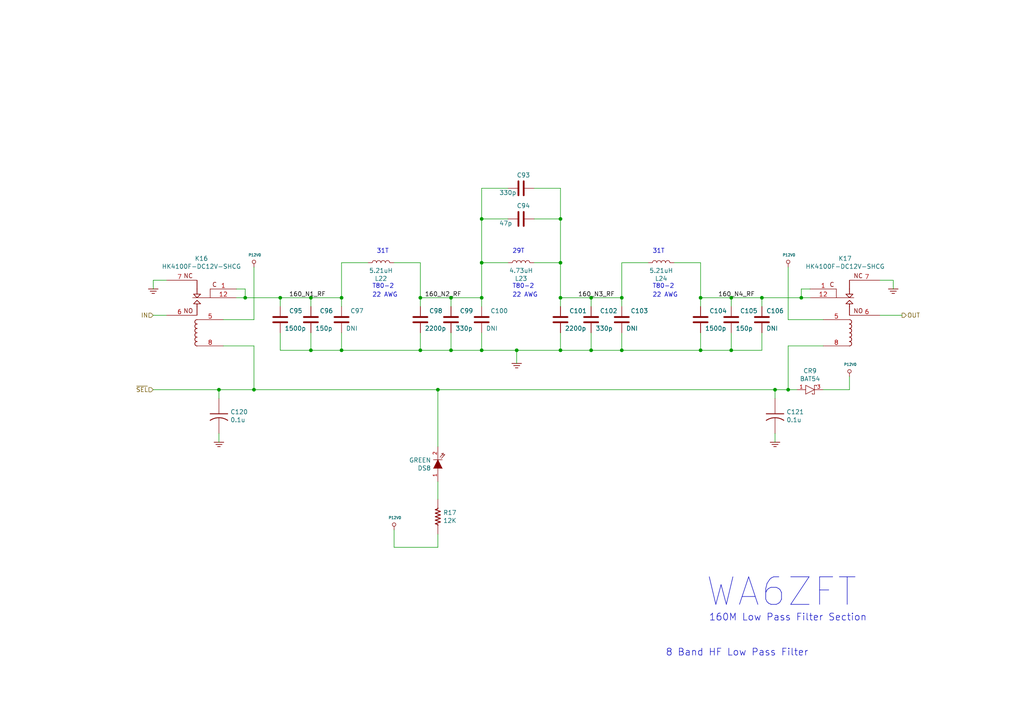
<source format=kicad_sch>
(kicad_sch (version 20211123) (generator eeschema)
  (paper "A4")
  (title_block (rev "X4"))
  (lib_symbols
    (symbol "Device:C" (pin_numbers hide) (pin_names (offset 0.254))
      (property "Reference" "C" (at 0.635 2.54 0))
      (property "Value" "C" (at 0.635 -2.54 0))
      (symbol "C_0_1"
        (polyline (pts (xy -2.032 -0.762) (xy 2.032 -0.762)) (stroke (width 0.508)))
        (polyline (pts (xy -2.032 0.762) (xy 2.032 0.762)) (stroke (width 0.508)))
      )
      (symbol "C_1_1"
        (pin passive line (at 0 3.81 270) (length 2.794) (name "~") (number "1"))
        (pin passive line (at 0 -3.81 90) (length 2.794) (name "~") (number "2"))
      )
    )
    (symbol "Device:L" (pin_numbers hide) (pin_names (offset 1.016) hide)
      (property "Reference" "L" (at -1.27 0 90))
      (property "Value" "L" (at 1.905 0 90))
      (symbol "L_0_1"
        (arc (start 0 -2.54) (mid 0.635 -1.905) (end 0 -1.27))
        (arc (start 0 -1.27) (mid 0.635 -0.635) (end 0 0))
        (arc (start 0 0) (mid 0.635 0.635) (end 0 1.27))
        (arc (start 0 1.27) (mid 0.635 1.905) (end 0 2.54))
      )
      (symbol "L_1_1"
        (pin passive line (at 0 3.81 270) (length 1.27) (name "1") (number "1"))
        (pin passive line (at 0 -3.81 90) (length 1.27) (name "2") (number "2"))
      )
    )
    (symbol "custom:BAT54" (pin_names (offset 1.016) hide)
      (property "Reference" "CR" (at -2.286 1.905 0))
      (property "Value" "BAT54" (at -2.286 -3.429 0))
      (symbol "BAT54_1_0"
        (polyline (pts (xy -1.27 -1.27) (xy 1.27 0)))
        (polyline (pts (xy -1.27 1.27) (xy -1.27 -1.27)))
        (polyline (pts (xy 0.635 -1.016) (xy 0.635 -1.27)))
        (polyline (pts (xy 1.27 -1.27) (xy 0.635 -1.27)))
        (polyline (pts (xy 1.27 0) (xy -1.27 1.27)))
        (polyline (pts (xy 1.27 0) (xy 1.27 -1.27)))
        (polyline (pts (xy 1.27 1.27) (xy 1.27 0)))
        (polyline (pts (xy 1.905 1.27) (xy 1.27 1.27)))
        (polyline (pts (xy 1.905 1.27) (xy 1.905 1.016)))
      )
      (symbol "BAT54_1_1"
        (pin passive line (at -3.81 0 0) (length 2.54) (name "A") (number "1"))
        (pin no_connect line (at -1.27 -5.08 0) (length 5.08) hide (name "") (number "2"))
        (pin passive line (at 3.81 0 180) (length 2.54) (name "C") (number "3"))
      )
    )
    (symbol "custom:C_US" (pin_numbers hide) (pin_names (offset 0.254) hide)
      (property "Reference" "C" (at 1.27 2.54 0))
      (property "Value" "C_US" (at 1.27 -2.54 0))
      (symbol "C_US_0_1"
        (polyline (pts (xy -2.54 0.635) (xy 2.54 0.635) (xy 2.54 0.635)) (stroke (width 0.254)))
        (arc (start 2.54 -1.27) (mid 0 -0.5009) (end -2.54 -1.27) (stroke (width 0.254)))
      )
      (symbol "C_US_1_1"
        (pin passive line (at 0 5.08 270) (length 4.445) (name "~") (number "1"))
        (pin passive line (at 0 -5.08 90) (length 4.445) (name "~") (number "2"))
      )
    )
    (symbol "custom:GND_US" (power) (pin_names (offset 0))
      (symbol "GND_US_0_1"
        (polyline (pts (xy -1.397 0) (xy 1.397 0)) (stroke (width 0.2032)))
        (polyline (pts (xy -0.889 -0.635) (xy 0.889 -0.635)) (stroke (width 0.2032)))
        (polyline (pts (xy -0.381 -1.27) (xy 0.381 -1.27)) (stroke (width 0.2032)))
      )
      (symbol "GND_US_1_1"
        (pin power_in line (at 0 0 90) (length 0) hide (name "GND") (number "1"))
      )
    )
    (symbol "custom:LEDGRN-SAR" (pin_names (offset 1.016) hide)
      (property "Reference" "DS" (at 0 2.54 0))
      (property "Value" "LEDGRN-SAR" (at 0 -2.54 0))
      (symbol "LEDGRN-SAR_0_1"
        (polyline (pts (xy 1.27 1.27) (xy 1.27 -1.27)))
        (polyline (pts (xy -1.27 1.27) (xy 1.27 0) (xy -1.27 -1.27)) (fill (type outline)))
        (polyline (pts (xy 1.651 -1.016) (xy 2.794 -2.032) (xy 2.667 -1.397)))
        (polyline (pts (xy 2.032 -0.635) (xy 3.175 -1.651) (xy 3.048 -1.016)))
      )
      (symbol "LEDGRN-SAR_1_1"
        (pin passive line (at -5.08 0 0) (length 3.81) (name "A") (number "1"))
        (pin passive line (at 5.08 0 180) (length 3.81) (name "K") (number "2"))
      )
    )
    (symbol "custom:P12V0" (power) (pin_names (offset 0))
      (property "Value" "P12V0" (at 0 2.794 0))
      (symbol "P12V0_0_0"
        (pin power_in line (at 0 0 90) (length 0) hide (name "P12V0") (number "1"))
      )
      (symbol "P12V0_0_1"
        (polyline (pts (xy 0 0) (xy 0 1.016) (xy 0 1.016)))
        (circle (center 0 1.524) (radius 0.508))
      )
    )
    (symbol "custom:RELAY_SPDT_HK4100F_SERIES" (pin_names (offset 1.016))
      (property "Reference" "K" (at 0 -17.78 0))
      (property "Value" "RELAY_SPDT_HK4100F_SERIES" (at -1.27 8.89 0))
      (symbol "RELAY_SPDT_HK4100F_SERIES_0_0"
        (text "C" (at -2.54 3.81 0) (effects (font (size 1.27 1.27))))
        (text "NC" (at 5.08 6.35 0) (effects (font (size 1.27 1.27))))
        (text "NO" (at 5.08 -3.81 0) (effects (font (size 1.27 1.27))))
      )
      (symbol "RELAY_SPDT_HK4100F_SERIES_0_1"
        (polyline (pts (xy -1.27 2.54) (xy -1.27 0)))
      )
      (symbol "RELAY_SPDT_HK4100F_SERIES_1_1"
        (polyline (pts (xy -1.27 0) (xy 2.54 0)))
        (polyline (pts (xy -1.27 0) (xy 2.54 0)))
        (polyline (pts (xy 1.524 -1.7526) (xy 3.5306 -1.7526)))
        (polyline (pts (xy 1.524 -1.7526) (xy 3.5306 -1.7526)))
        (polyline (pts (xy 1.524 1.0414) (xy 3.5306 1.0414)))
        (polyline (pts (xy 1.524 1.0414) (xy 3.5306 1.0414)))
        (polyline (pts (xy 2.54 -2.54) (xy 2.54 -2.032)))
        (polyline (pts (xy 2.54 -2.54) (xy 2.54 -2.032)))
        (polyline (pts (xy 2.54 -2.032) (xy 2.54 -1.7526)))
        (polyline (pts (xy 2.54 -2.032) (xy 2.54 -1.7526)))
        (polyline (pts (xy 2.54 -0.762) (xy 1.524 -1.7526)))
        (polyline (pts (xy 2.54 -0.762) (xy 1.524 -1.7526)))
        (polyline (pts (xy 2.54 0) (xy 1.524 1.0414)))
        (polyline (pts (xy 2.54 0) (xy 1.524 1.0414)))
        (polyline (pts (xy 2.54 0) (xy 3.81 0)))
        (polyline (pts (xy 2.54 0) (xy 3.81 0)))
        (polyline (pts (xy 2.54 2.54) (xy 2.54 1.0414)))
        (polyline (pts (xy 2.54 2.54) (xy 2.54 1.0414)))
        (polyline (pts (xy 3.5306 -1.7526) (xy 2.54 -0.762)))
        (polyline (pts (xy 3.5306 -1.7526) (xy 2.54 -0.762)))
        (polyline (pts (xy 3.5306 1.0414) (xy 2.54 0)))
        (polyline (pts (xy 3.5306 1.0414) (xy 2.54 0)))
        (polyline (pts (xy 3.81 -5.08) (xy 2.54 -5.08) (xy 2.54 -2.54)))
        (polyline (pts (xy 3.81 -5.08) (xy 2.54 -5.08) (xy 2.54 -2.54)))
        (polyline (pts (xy 3.81 5.08) (xy 2.54 5.08) (xy 2.54 2.54)))
        (polyline (pts (xy 3.81 5.08) (xy 2.54 5.08) (xy 2.54 2.54)))
        (arc (start 2.54 -13.97) (mid 3.175 -13.335) (end 2.54 -12.7))
        (arc (start 2.54 -13.97) (mid 3.175 -13.335) (end 2.54 -12.7))
        (arc (start 2.54 -12.7) (mid 3.175 -12.065) (end 2.54 -11.43))
        (arc (start 2.54 -12.7) (mid 3.175 -12.065) (end 2.54 -11.43))
        (arc (start 2.54 -11.43) (mid 3.175 -10.795) (end 2.54 -10.16))
        (arc (start 2.54 -11.43) (mid 3.175 -10.795) (end 2.54 -10.16))
        (arc (start 2.54 -10.16) (mid 3.175 -9.525) (end 2.54 -8.89))
        (arc (start 2.54 -10.16) (mid 3.175 -9.525) (end 2.54 -8.89))
        (arc (start 2.54 -8.89) (mid 3.175 -8.255) (end 2.54 -7.62))
        (arc (start 2.54 -8.89) (mid 3.175 -8.255) (end 2.54 -7.62))
        (arc (start 2.54 -7.62) (mid 3.175 -6.985) (end 2.54 -6.35))
        (arc (start 2.54 -7.62) (mid 3.175 -6.985) (end 2.54 -6.35))
        (pin passive line (at -8.89 2.54 0) (length 7.62) (name "~") (number "1"))
        (pin passive line (at -8.89 0 0) (length 7.62) (name "~") (number "12"))
        (pin passive line (at -5.08 -6.35 0) (length 7.62) (name "~") (number "5"))
        (pin passive line (at 11.43 -5.08 180) (length 7.62) (name "~") (number "6"))
        (pin passive line (at 11.43 5.08 180) (length 7.62) (name "~") (number "7"))
        (pin passive line (at -5.08 -13.97 0) (length 7.62) (name "~") (number "8"))
      )
    )
    (symbol "custom:R_US" (pin_numbers hide) (pin_names (offset 1.016) hide)
      (property "Reference" "R" (at 2.032 0 90))
      (property "Value" "R_US" (at -2.032 0 90))
      (symbol "R_US_0_0"
        (polyline (pts (xy 0 -2.54) (xy 0 -2.54) (xy 0 -2.286) (xy -0.762 -2.032) (xy 0.762 -1.524) (xy -0.762 -1.016) (xy 0.762 -0.508) (xy -0.762 0) (xy 0.762 0.508) (xy -0.762 1.016) (xy 0.762 1.524) (xy -0.762 2.032) (xy 0 2.286) (xy 0 2.54) (xy 0 2.54)) (stroke (width 0.254)))
      )
      (symbol "R_US_1_1"
        (pin passive line (at 0 5.08 270) (length 2.54) (name "~") (number "1"))
        (pin passive line (at 0 -5.08 90) (length 2.54) (name "~") (number "2"))
      )
    )
  )
  (junction (at 162.56 101.6))
  (junction (at 224.79 113.03))
  (junction (at 228.6 113.03))
  (junction (at 71.12 86.36))
  (junction (at 180.34 101.6))
  (junction (at 180.34 86.36))
  (junction (at 81.28 86.36))
  (junction (at 162.56 86.36))
  (junction (at 149.86 101.6))
  (junction (at 220.98 86.36))
  (junction (at 203.2 86.36))
  (junction (at 139.7 76.2))
  (junction (at 162.56 63.5))
  (junction (at 139.7 63.5))
  (junction (at 127 113.03))
  (junction (at 130.81 86.36))
  (junction (at 162.56 76.2))
  (junction (at 121.92 101.6))
  (junction (at 63.5 113.03))
  (junction (at 90.17 101.6))
  (junction (at 139.7 101.6))
  (junction (at 99.06 86.36))
  (junction (at 212.09 101.6))
  (junction (at 171.45 86.36))
  (junction (at 130.81 101.6))
  (junction (at 90.17 86.36))
  (junction (at 171.45 101.6))
  (junction (at 73.66 113.03))
  (junction (at 99.06 101.6))
  (junction (at 139.7 86.36))
  (junction (at 232.41 86.36))
  (junction (at 203.2 101.6))
  (junction (at 212.09 86.36))
  (junction (at 121.92 86.36))
  (wire (pts (xy 231.14 113.03) (xy 228.6 113.03)))
  (wire (pts (xy 106.68 76.2) (xy 99.06 76.2)))
  (wire (pts (xy 90.17 96.52) (xy 90.17 101.6)))
  (wire (pts (xy 154.94 54.61) (xy 162.56 54.61)))
  (wire (pts (xy 71.12 86.36) (xy 81.28 86.36)))
  (wire (pts (xy 234.95 83.82) (xy 232.41 83.82)))
  (wire (pts (xy 232.41 86.36) (xy 220.98 86.36)))
  (wire (pts (xy 114.3 76.2) (xy 121.92 76.2)))
  (wire (pts (xy 90.17 86.36) (xy 99.06 86.36)))
  (wire (pts (xy 162.56 96.52) (xy 162.56 101.6)))
  (wire (pts (xy 234.95 86.36) (xy 232.41 86.36)))
  (wire (pts (xy 63.5 113.03) (xy 44.45 113.03)))
  (wire (pts (xy 212.09 96.52) (xy 212.09 101.6)))
  (wire (pts (xy 255.27 81.28) (xy 259.08 81.28)))
  (wire (pts (xy 212.09 88.9) (xy 212.09 86.36)))
  (wire (pts (xy 139.7 88.9) (xy 139.7 86.36)))
  (wire (pts (xy 224.79 113.03) (xy 228.6 113.03)))
  (wire (pts (xy 99.06 86.36) (xy 99.06 88.9)))
  (wire (pts (xy 99.06 96.52) (xy 99.06 101.6)))
  (wire (pts (xy 121.92 86.36) (xy 130.81 86.36)))
  (wire (pts (xy 203.2 86.36) (xy 203.2 76.2)))
  (wire (pts (xy 130.81 88.9) (xy 130.81 86.36)))
  (wire (pts (xy 73.66 100.33) (xy 73.66 113.03)))
  (wire (pts (xy 228.6 92.71) (xy 228.6 77.47)))
  (wire (pts (xy 171.45 88.9) (xy 171.45 86.36)))
  (wire (pts (xy 48.26 81.28) (xy 44.45 81.28)))
  (wire (pts (xy 162.56 101.6) (xy 171.45 101.6)))
  (wire (pts (xy 162.56 54.61) (xy 162.56 63.5)))
  (wire (pts (xy 154.94 63.5) (xy 162.56 63.5)))
  (wire (pts (xy 171.45 86.36) (xy 162.56 86.36)))
  (wire (pts (xy 81.28 88.9) (xy 81.28 86.36)))
  (wire (pts (xy 147.32 63.5) (xy 139.7 63.5)))
  (wire (pts (xy 81.28 101.6) (xy 90.17 101.6)))
  (wire (pts (xy 139.7 101.6) (xy 149.86 101.6)))
  (wire (pts (xy 147.32 76.2) (xy 139.7 76.2)))
  (wire (pts (xy 228.6 100.33) (xy 238.76 100.33)))
  (wire (pts (xy 130.81 86.36) (xy 139.7 86.36)))
  (wire (pts (xy 127 129.54) (xy 127 113.03)))
  (wire (pts (xy 180.34 86.36) (xy 180.34 88.9)))
  (wire (pts (xy 81.28 86.36) (xy 90.17 86.36)))
  (wire (pts (xy 232.41 83.82) (xy 232.41 86.36)))
  (wire (pts (xy 68.58 86.36) (xy 71.12 86.36)))
  (wire (pts (xy 64.77 92.71) (xy 73.66 92.71)))
  (wire (pts (xy 220.98 101.6) (xy 220.98 96.52)))
  (wire (pts (xy 139.7 76.2) (xy 139.7 86.36)))
  (wire (pts (xy 220.98 88.9) (xy 220.98 86.36)))
  (wire (pts (xy 63.5 115.57) (xy 63.5 113.03)))
  (wire (pts (xy 224.79 125.73) (xy 224.79 128.27)))
  (wire (pts (xy 71.12 83.82) (xy 71.12 86.36)))
  (wire (pts (xy 224.79 115.57) (xy 224.79 113.03)))
  (wire (pts (xy 48.26 91.44) (xy 44.45 91.44)))
  (wire (pts (xy 127 139.7) (xy 127 144.78)))
  (wire (pts (xy 154.94 76.2) (xy 162.56 76.2)))
  (wire (pts (xy 121.92 96.52) (xy 121.92 101.6)))
  (wire (pts (xy 180.34 96.52) (xy 180.34 101.6)))
  (wire (pts (xy 212.09 101.6) (xy 220.98 101.6)))
  (wire (pts (xy 203.2 96.52) (xy 203.2 101.6)))
  (wire (pts (xy 203.2 88.9) (xy 203.2 86.36)))
  (wire (pts (xy 203.2 101.6) (xy 212.09 101.6)))
  (wire (pts (xy 127 154.94) (xy 127 158.75)))
  (wire (pts (xy 121.92 76.2) (xy 121.92 86.36)))
  (wire (pts (xy 44.45 81.28) (xy 44.45 83.82)))
  (wire (pts (xy 149.86 101.6) (xy 162.56 101.6)))
  (wire (pts (xy 73.66 92.71) (xy 73.66 77.47)))
  (wire (pts (xy 99.06 101.6) (xy 121.92 101.6)))
  (wire (pts (xy 73.66 113.03) (xy 127 113.03)))
  (wire (pts (xy 195.58 76.2) (xy 203.2 76.2)))
  (wire (pts (xy 220.98 86.36) (xy 212.09 86.36)))
  (wire (pts (xy 90.17 88.9) (xy 90.17 86.36)))
  (wire (pts (xy 180.34 101.6) (xy 203.2 101.6)))
  (wire (pts (xy 139.7 63.5) (xy 139.7 76.2)))
  (wire (pts (xy 90.17 101.6) (xy 99.06 101.6)))
  (wire (pts (xy 228.6 113.03) (xy 228.6 100.33)))
  (wire (pts (xy 99.06 76.2) (xy 99.06 86.36)))
  (wire (pts (xy 121.92 101.6) (xy 130.81 101.6)))
  (wire (pts (xy 127 113.03) (xy 224.79 113.03)))
  (wire (pts (xy 171.45 96.52) (xy 171.45 101.6)))
  (wire (pts (xy 180.34 86.36) (xy 171.45 86.36)))
  (wire (pts (xy 64.77 100.33) (xy 73.66 100.33)))
  (wire (pts (xy 259.08 81.28) (xy 259.08 83.82)))
  (wire (pts (xy 238.76 113.03) (xy 246.38 113.03)))
  (wire (pts (xy 149.86 105.41) (xy 149.86 101.6)))
  (wire (pts (xy 121.92 86.36) (xy 121.92 88.9)))
  (wire (pts (xy 147.32 54.61) (xy 139.7 54.61)))
  (wire (pts (xy 171.45 101.6) (xy 180.34 101.6)))
  (wire (pts (xy 139.7 96.52) (xy 139.7 101.6)))
  (wire (pts (xy 187.96 76.2) (xy 180.34 76.2)))
  (wire (pts (xy 130.81 101.6) (xy 139.7 101.6)))
  (wire (pts (xy 212.09 86.36) (xy 203.2 86.36)))
  (wire (pts (xy 81.28 96.52) (xy 81.28 101.6)))
  (wire (pts (xy 246.38 113.03) (xy 246.38 109.22)))
  (wire (pts (xy 162.56 76.2) (xy 162.56 86.36)))
  (wire (pts (xy 162.56 86.36) (xy 162.56 88.9)))
  (wire (pts (xy 114.3 158.75) (xy 114.3 153.67)))
  (wire (pts (xy 162.56 63.5) (xy 162.56 76.2)))
  (wire (pts (xy 255.27 91.44) (xy 261.62 91.44)))
  (wire (pts (xy 238.76 92.71) (xy 228.6 92.71)))
  (wire (pts (xy 63.5 125.73) (xy 63.5 128.27)))
  (wire (pts (xy 73.66 113.03) (xy 63.5 113.03)))
  (wire (pts (xy 139.7 54.61) (xy 139.7 63.5)))
  (wire (pts (xy 68.58 83.82) (xy 71.12 83.82)))
  (wire (pts (xy 130.81 96.52) (xy 130.81 101.6)))
  (wire (pts (xy 180.34 76.2) (xy 180.34 86.36)))
  (wire (pts (xy 127 158.75) (xy 114.3 158.75)))
  (text "29T" (at 148.59 73.66 0) (effects (font (size 1.27 1.27)) (justify left bottom)))
  (text "160M Low Pass Filter Section" (at 251.46 180.34 180) (effects (font (size 2.0066 2.0066)) (justify right bottom)))
  (text "T80-2" (at 148.59 83.82 0) (effects (font (size 1.27 1.27)) (justify left bottom)))
  (text "8 Band HF Low Pass Filter" (at 193.04 190.5 0) (effects (font (size 2.0066 2.0066)) (justify left bottom)))
  (text "22 AWG" (at 189.23 86.36 0) (effects (font (size 1.27 1.27)) (justify left bottom)))
  (text "T80-2" (at 189.23 83.82 0) (effects (font (size 1.27 1.27)) (justify left bottom)))
  (text "31T" (at 109.22 73.66 0) (effects (font (size 1.27 1.27)) (justify left bottom)))
  (text "22 AWG" (at 107.95 86.36 0) (effects (font (size 1.27 1.27)) (justify left bottom)))
  (text "WA6ZFT" (at 204.47 176.53 0) (effects (font (size 8.001 8.001)) (justify left bottom)))
  (text "22 AWG" (at 148.59 86.36 0) (effects (font (size 1.27 1.27)) (justify left bottom)))
  (text "T80-2" (at 107.95 83.82 0) (effects (font (size 1.27 1.27)) (justify left bottom)))
  (text "31T" (at 189.23 73.66 0) (effects (font (size 1.27 1.27)) (justify left bottom)))
  (label "160_N3_RF" (at 167.64 86.36 0))
  (label "160_N4_RF" (at 208.28 86.36 0))
  (label "160_N2_RF" (at 123.19 86.36 0))
  (label "160_N1_RF" (at 83.82 86.36 0))
  (hierarchical_label "IN" (shape input) (at 44.45 91.44 180))
  (hierarchical_label "OUT" (shape output) (at 261.62 91.44 0))
  (hierarchical_label "~{SEL}" (shape input) (at 44.45 113.03 180))
  (symbol (lib_id "Device:L") (at 110.49 76.2 90) (unit 1)
    (property "Reference" "L22" (at 110.49 80.7974 90))
    (property "Value" "5.21uH" (at 110.49 78.486 90))
    (property "Footprint" "mods:TOROID_T80_VERT" (effects hide))
    (property "PartNumber" "800234-802" (effects hide))
  )
  (symbol (lib_id "Device:L") (at 151.13 76.2 90) (unit 1)
    (property "Reference" "L23" (at 151.13 80.7974 90))
    (property "Value" "4.73uH" (at 151.13 78.486 90))
    (property "Footprint" "mods:TOROID_T80_VERT" (effects hide))
    (property "PartNumber" "800234-802" (effects hide))
  )
  (symbol (lib_id "custom:GND_US") (at 149.86 105.41 0) (unit 1)
    (property "Reference" "#PWR0170" (effects hide))
    (property "Value" "GND_US" (effects hide))
  )
  (symbol (lib_id "custom:GND_US") (at 44.45 83.82 0) (unit 1)
    (property "Reference" "#PWR0171" (effects hide))
    (property "Value" "GND_US" (effects hide))
  )
  (symbol (lib_id "custom:GND_US") (at 259.08 83.82 0) (unit 1)
    (property "Reference" "#PWR0172" (effects hide))
    (property "Value" "GND_US" (effects hide))
  )
  (symbol (lib_id "Device:C") (at 203.2 92.71 0) (unit 1)
    (property "Reference" "C104" (at 205.74 90.17 0) (effects (justify left)))
    (property "Value" "1500p" (at 204.47 95.25 0) (effects (justify left)))
    (property "Footprint" "mods:CC0805" (effects hide))
    (property "PartNumber" "800232-152" (effects hide))
  )
  (symbol (lib_id "custom:P12V0") (at 73.66 77.47 0) (unit 1)
    (property "Reference" "#PWR0173" (effects hide))
    (property "Value" "P12V0" (at 73.8886 73.9648 0) (effects (font (size 0.762 0.762))))
  )
  (symbol (lib_id "Device:C") (at 212.09 92.71 0) (unit 1)
    (property "Reference" "C105" (at 214.63 90.17 0) (effects (justify left)))
    (property "Value" "150p" (at 213.36 95.25 0) (effects (justify left)))
    (property "Footprint" "mods:CC0805" (effects hide))
    (property "PartNumber" "800232-151" (effects hide))
  )
  (symbol (lib_id "custom:P12V0") (at 228.6 77.47 0) (unit 1)
    (property "Reference" "#PWR0174" (effects hide))
    (property "Value" "P12V0" (at 228.8286 73.9648 0) (effects (font (size 0.762 0.762))))
  )
  (symbol (lib_id "Device:C") (at 220.98 92.71 0) (unit 1)
    (property "Reference" "C106" (at 222.25 90.17 0) (effects (justify left)))
    (property "Value" "DNI" (at 222.25 95.25 0) (effects (justify left)))
    (property "Footprint" "mods:CC0805" (effects hide))
    (property "PartNumber" "800XXX-XXX" (effects hide))
  )
  (symbol (lib_id "Device:C") (at 180.34 92.71 0) (unit 1)
    (property "Reference" "C103" (at 182.88 90.17 0) (effects (justify left)))
    (property "Value" "DNI" (at 181.61 95.25 0) (effects (justify left)))
    (property "Footprint" "mods:CC0805" (effects hide))
    (property "PartNumber" "800XXX-XXX" (effects hide))
  )
  (symbol (lib_id "Device:C") (at 139.7 92.71 0) (unit 1)
    (property "Reference" "C100" (at 142.24 90.17 0) (effects (justify left)))
    (property "Value" "DNI" (at 140.97 95.25 0) (effects (justify left)))
    (property "Footprint" "mods:CC0805" (effects hide))
    (property "PartNumber" "800XXX-XXX" (effects hide))
  )
  (symbol (lib_id "Device:C") (at 162.56 92.71 0) (unit 1)
    (property "Reference" "C101" (at 165.1 90.17 0) (effects (justify left)))
    (property "Value" "2200p" (at 163.83 95.25 0) (effects (justify left)))
    (property "Footprint" "mods:CC0805" (effects hide))
    (property "PartNumber" "800232-222" (effects hide))
  )
  (symbol (lib_id "Device:C") (at 171.45 92.71 0) (unit 1)
    (property "Reference" "C102" (at 173.99 90.17 0) (effects (justify left)))
    (property "Value" "330p" (at 172.72 95.25 0) (effects (justify left)))
    (property "Footprint" "mods:CC0805" (effects hide))
    (property "PartNumber" "800232-331" (effects hide))
  )
  (symbol (lib_id "custom:BAT54") (at 234.95 113.03 0) (unit 1)
    (property "Reference" "CR9" (at 234.95 107.569 0))
    (property "Value" "BAT54" (at 234.95 109.8804 0))
    (property "Footprint" "mods:SOT23-3-SAR-V2" (effects hide))
    (property "PartNumber" "800127-101" (effects hide))
  )
  (symbol (lib_id "Device:C") (at 151.13 54.61 270) (unit 1)
    (property "Reference" "C93" (at 149.86 50.8 90) (effects (justify left)))
    (property "Value" "330p" (at 144.78 55.88 90) (effects (justify left)))
    (property "Footprint" "mods:CC0805" (effects hide))
    (property "PartNumber" "800232-331" (effects hide))
  )
  (symbol (lib_id "custom:P12V0") (at 246.38 109.22 0) (unit 1)
    (property "Reference" "#PWR0175" (effects hide))
    (property "Value" "P12V0" (at 246.6086 105.7148 0) (effects (font (size 0.762 0.762))))
  )
  (symbol (lib_id "custom:RELAY_SPDT_HK4100F_SERIES") (at 59.69 86.36 0) (mirror y) (unit 1)
    (property "Reference" "K16" (at 58.42 74.9808 0))
    (property "Value" "HK4100F-DC12V-SHCG" (at 58.42 77.2922 0))
    (property "Footprint" "mods:RELAY_HK4100" (effects hide))
    (property "PartNumber" "800231-101" (effects hide))
  )
  (symbol (lib_id "custom:RELAY_SPDT_HK4100F_SERIES") (at 243.84 86.36 0) (unit 1)
    (property "Reference" "K17" (at 245.11 74.9808 0))
    (property "Value" "HK4100F-DC12V-SHCG" (at 245.11 77.2922 0))
    (property "Footprint" "mods:RELAY_HK4100" (effects hide))
    (property "PartNumber" "800231-101" (effects hide))
  )
  (symbol (lib_id "Device:C") (at 130.81 92.71 0) (unit 1)
    (property "Reference" "C99" (at 133.35 90.17 0) (effects (justify left)))
    (property "Value" "330p" (at 132.08 95.25 0) (effects (justify left)))
    (property "Footprint" "mods:CC0805" (effects hide))
    (property "PartNumber" "800232-331" (effects hide))
  )
  (symbol (lib_id "Device:C") (at 121.92 92.71 0) (unit 1)
    (property "Reference" "C98" (at 124.46 90.17 0) (effects (justify left)))
    (property "Value" "2200p" (at 123.19 95.25 0) (effects (justify left)))
    (property "Footprint" "mods:CC0805" (effects hide))
    (property "PartNumber" "800232-222" (effects hide))
  )
  (symbol (lib_id "Device:C") (at 99.06 92.71 0) (unit 1)
    (property "Reference" "C97" (at 101.6 90.17 0) (effects (justify left)))
    (property "Value" "DNI" (at 100.33 95.25 0) (effects (justify left)))
    (property "Footprint" "mods:CC0805" (effects hide))
    (property "PartNumber" "800XXX-XXX" (effects hide))
  )
  (symbol (lib_id "Device:C") (at 90.17 92.71 0) (unit 1)
    (property "Reference" "C96" (at 92.71 90.17 0) (effects (justify left)))
    (property "Value" "150p" (at 91.44 95.25 0) (effects (justify left)))
    (property "Footprint" "mods:CC0805" (effects hide))
    (property "PartNumber" "800232-151" (effects hide))
  )
  (symbol (lib_id "Device:C") (at 81.28 92.71 0) (unit 1)
    (property "Reference" "C95" (at 83.82 90.17 0) (effects (justify left)))
    (property "Value" "1500p" (at 82.55 95.25 0) (effects (justify left)))
    (property "Footprint" "mods:CC0805" (effects hide))
    (property "PartNumber" "800232-152" (effects hide))
  )
  (symbol (lib_id "Device:C") (at 151.13 63.5 270) (unit 1)
    (property "Reference" "C94" (at 149.86 59.69 90) (effects (justify left)))
    (property "Value" "47p" (at 144.78 64.77 90) (effects (justify left)))
    (property "Footprint" "mods:CC0805" (effects hide))
    (property "PartNumber" "800232-470" (effects hide))
  )
  (symbol (lib_id "Device:L") (at 191.77 76.2 90) (unit 1)
    (property "Reference" "L24" (at 191.77 80.7974 90))
    (property "Value" "5.21uH" (at 191.77 78.486 90))
    (property "Footprint" "mods:TOROID_T80_VERT" (effects hide))
    (property "PartNumber" "800234-802" (effects hide))
  )
  (symbol (lib_id "custom:LEDGRN-SAR") (at 127 134.62 90) (unit 1)
    (property "Reference" "DS8" (at 125.0188 135.7884 90) (effects (justify left)))
    (property "Value" "GREEN" (at 125.0188 133.477 90) (effects (justify left)))
    (property "Footprint" "LED0805" (effects hide))
    (property "PartNumber" "800113-102" (effects hide))
  )
  (symbol (lib_id "custom:R_US") (at 127 149.86 0) (unit 1)
    (property "Reference" "R17" (at 128.524 148.6916 0) (effects (justify left)))
    (property "Value" "12K" (at 128.524 151.003 0) (effects (justify left)))
    (property "Footprint" "mods:RC0805" (effects hide))
    (property "PartNumber" "800XXX-XXX" (effects hide))
  )
  (symbol (lib_id "custom:P12V0") (at 114.3 153.67 0) (unit 1)
    (property "Reference" "#PWR0176" (effects hide))
    (property "Value" "P12V0" (at 114.5286 150.1648 0) (effects (font (size 0.762 0.762))))
  )
  (symbol (lib_id "custom:C_US") (at 63.5 120.65 0) (unit 1)
    (property "Reference" "C120" (at 66.802 119.4816 0) (effects (justify left)))
    (property "Value" "0.1u" (at 66.802 121.793 0) (effects (justify left)))
    (property "Footprint" "mods:CC0805" (effects hide))
    (property "PartNumber" "800063-XXX" (effects hide))
  )
  (symbol (lib_id "custom:GND_US") (at 63.5 128.27 0) (unit 1)
    (property "Reference" "#PWR0192" (effects hide))
    (property "Value" "GND_US" (effects hide))
  )
  (symbol (lib_id "custom:C_US") (at 224.79 120.65 0) (unit 1)
    (property "Reference" "C121" (at 228.092 119.4816 0) (effects (justify left)))
    (property "Value" "0.1u" (at 228.092 121.793 0) (effects (justify left)))
    (property "Footprint" "mods:CC0805" (effects hide))
    (property "PartNumber" "800063-XXX" (effects hide))
  )
  (symbol (lib_id "custom:GND_US") (at 224.79 128.27 0) (unit 1)
    (property "Reference" "#PWR0193" (effects hide))
    (property "Value" "GND_US" (effects hide))
  )
)
</source>
